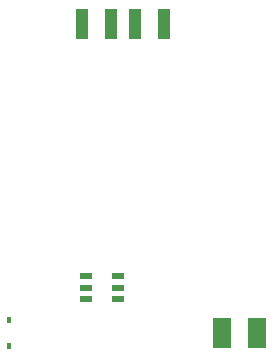
<source format=gbr>
G04 #@! TF.GenerationSoftware,KiCad,Pcbnew,(5.1.5)-3*
G04 #@! TF.CreationDate,2020-03-11T21:27:21-07:00*
G04 #@! TF.ProjectId,lab3,6c616233-2e6b-4696-9361-645f70636258,v01*
G04 #@! TF.SameCoordinates,Original*
G04 #@! TF.FileFunction,Paste,Top*
G04 #@! TF.FilePolarity,Positive*
%FSLAX46Y46*%
G04 Gerber Fmt 4.6, Leading zero omitted, Abs format (unit mm)*
G04 Created by KiCad (PCBNEW (5.1.5)-3) date 2020-03-11 21:27:21*
%MOMM*%
%LPD*%
G04 APERTURE LIST*
%ADD10R,1.100000X0.600000*%
%ADD11R,1.100000X2.500000*%
%ADD12R,1.500000X2.600000*%
%ADD13R,0.400000X0.500000*%
G04 APERTURE END LIST*
D10*
X150448000Y-92710000D03*
X150448000Y-93660000D03*
X150448000Y-91760000D03*
X147748000Y-93660000D03*
X147748000Y-92710000D03*
X147748000Y-91760000D03*
D11*
X154376000Y-70356000D03*
X147376000Y-70356000D03*
X151876000Y-70356000D03*
X149876000Y-70356000D03*
D12*
X162258000Y-96520000D03*
X159258000Y-96520000D03*
D13*
X141224000Y-97620000D03*
X141224000Y-95420000D03*
M02*

</source>
